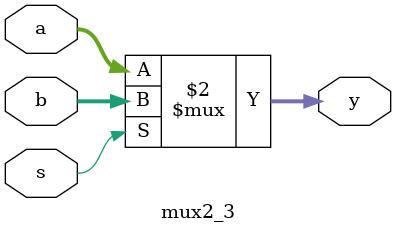
<source format=sv>

module mux2_3 (input [2:0] a, b, input s, output [2:0] y);

    assign y = (s == 1'b0) ? a : b;
    
endmodule

</source>
